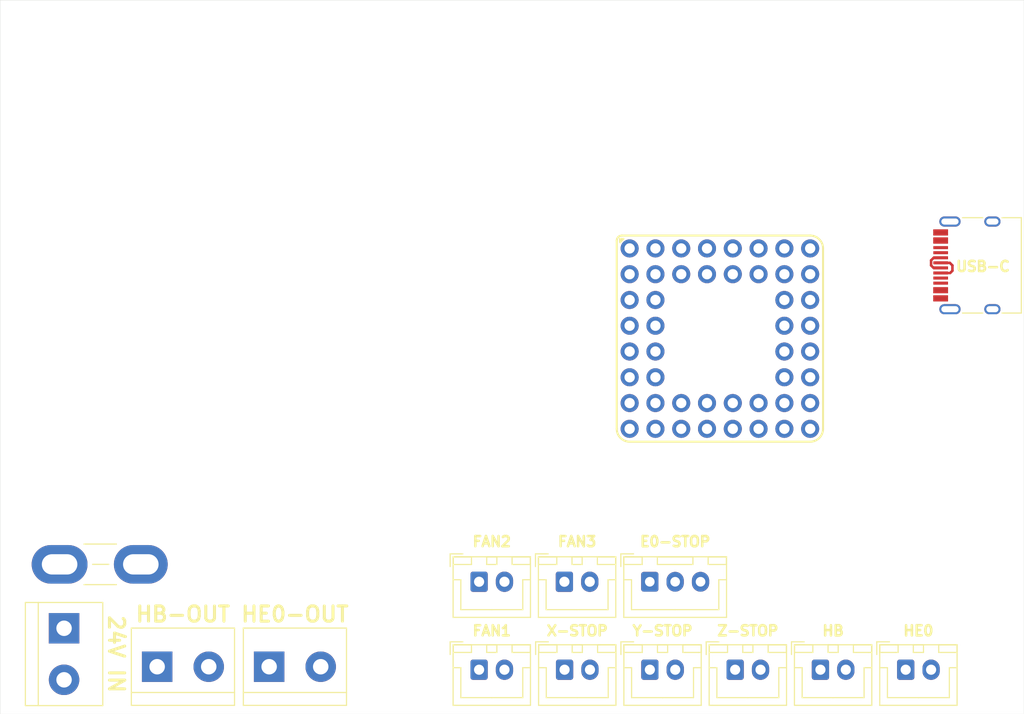
<source format=kicad_pcb>
(kicad_pcb (version 20211014) (generator pcbnew)
  (layers (0 "F.Cu" signal) (31 "B.Cu" signal) (34 "B.Paste" user) (35 "F.Paste" user) (36 "B.SilkS" user "B.Silkscreen") (37 "F.SilkS" user "F.Silkscreen") (38 "B.Mask" user) (39 "F.Mask" user) (44 "Edge.Cuts" user))
  (net 0 "")
  (footprint "Connector_JST:JST_XH_B2B-XH-A_1x02_P2.50mm_Vertical" (layer "F.Cu") (at 174.50156 133.74496)
    (fp_text reference "REF**" hide)
    (fp_text value "JST_XH_B2B-XH-A_1x02_P2.50mm_Vertical" hide)
    (fp_line (start -1.6 -2.75) (end -2.85 -2.75) (layer "F.SilkS") (width 0.12))
    (fp_line (start -0.75 -1.7) (end -0.75 -2.45) (layer "F.SilkS") (width 0.12))
    (fp_line (start -2.85 -2.75) (end -2.85 -1.5) (layer "F.SilkS") (width 0.12))
    (fp_line (start 0.75 -2.45) (end 0.75 -1.7) (layer "F.SilkS") (width 0.12))
    (fp_line (start 1.75 -2.45) (end 0.75 -2.45) (layer "F.SilkS") (width 0.12))
    (fp_line (start -2.55 -1.7) (end -0.75 -1.7) (layer "F.SilkS") (width 0.12))
    (fp_line (start 1.75 -1.7) (end 1.75 -2.45) (layer "F.SilkS") (width 0.12))
    (fp_line (start 4.3 2.75) (end 1.25 2.75) (layer "F.SilkS") (width 0.12))
    (fp_line (start 5.05 -0.2) (end 4.3 -0.2) (layer "F.SilkS") (width 0.12))
    (fp_line (start 4.3 -0.2) (end 4.3 2.75) (layer "F.SilkS") (width 0.12))
    (fp_line (start 5.05 -2.45) (end 3.25 -2.45) (layer "F.SilkS") (width 0.12))
    (fp_line (start -2.56 3.51) (end 5.06 3.51) (layer "F.SilkS") (width 0.12))
    (fp_line (start -1.8 2.75) (end 1.25 2.75) (layer "F.SilkS") (width 0.12))
    (fp_line (start 5.06 -2.46) (end -2.56 -2.46) (layer "F.SilkS") (width 0.12))
    (fp_line (start -2.55 -0.2) (end -1.8 -0.2) (layer "F.SilkS") (width 0.12))
    (fp_line (start -2.56 -2.46) (end -2.56 3.51) (layer "F.SilkS") (width 0.12))
    (fp_line (start -0.75 -2.45) (end -2.55 -2.45) (layer "F.SilkS") (width 0.12))
    (fp_line (start -1.8 -0.2) (end -1.8 2.75) (layer "F.SilkS") (width 0.12))
    (fp_line (start 5.05 -1.7) (end 5.05 -2.45) (layer "F.SilkS") (width 0.12))
    (fp_line (start -2.55 -2.45) (end -2.55 -1.7) (layer "F.SilkS") (width 0.12))
    (fp_line (start 5.06 3.51) (end 5.06 -2.46) (layer "F.SilkS") (width 0.12))
    (fp_line (start 3.25 -2.45) (end 3.25 -1.7) (layer "F.SilkS") (width 0.12))
    (fp_line (start 0.75 -1.7) (end 1.75 -1.7) (layer "F.SilkS") (width 0.12))
    (fp_line (start 3.25 -1.7) (end 5.05 -1.7) (layer "F.SilkS") (width 0.12))
    (pad "1" thru_hole roundrect locked (at 0 0) (size 1.7 2) (drill 1) (layers *.Cu *.Mask) (roundrect_rratio 0.147059))
    (pad "2" thru_hole oval locked (at 2.5 0) (size 1.7 2) (drill 1) (layers *.Cu *.Mask))
  )
  (footprint "Connector_JST:JST_XH_B2B-XH-A_1x02_P2.50mm_Vertical" (layer "F.Cu") (at 182.90208 133.7448)
    (fp_text reference "REF**" hide)
    (fp_text value "JST_XH_B2B-XH-A_1x02_P2.50mm_Vertical" hide)
    (fp_line (start 1.75 -1.7) (end 1.75 -2.45) (layer "F.SilkS") (width 0.12))
    (fp_line (start 1.75 -2.45) (end 0.75 -2.45) (layer "F.SilkS") (width 0.12))
    (fp_line (start -0.75 -1.7) (end -0.75 -2.45) (layer "F.SilkS") (width 0.12))
    (fp_line (start 5.05 -2.45) (end 3.25 -2.45) (layer "F.SilkS") (width 0.12))
    (fp_line (start 5.06 -2.46) (end -2.56 -2.46) (layer "F.SilkS") (width 0.12))
    (fp_line (start 0.75 -2.45) (end 0.75 -1.7) (layer "F.SilkS") (width 0.12))
    (fp_line (start 0.75 -1.7) (end 1.75 -1.7) (layer "F.SilkS") (width 0.12))
    (fp_line (start 5.06 3.51) (end 5.06 -2.46) (layer "F.SilkS") (width 0.12))
    (fp_line (start 5.05 -1.7) (end 5.05 -2.45) (layer "F.SilkS") (width 0.12))
    (fp_line (start -2.55 -0.2) (end -1.8 -0.2) (layer "F.SilkS") (width 0.12))
    (fp_line (start -0.75 -2.45) (end -2.55 -2.45) (layer "F.SilkS") (width 0.12))
    (fp_line (start -1.6 -2.75) (end -2.85 -2.75) (layer "F.SilkS") (width 0.12))
    (fp_line (start -1.8 -0.2) (end -1.8 2.75) (layer "F.SilkS") (width 0.12))
    (fp_line (start -2.55 -1.7) (end -0.75 -1.7) (layer "F.SilkS") (width 0.12))
    (fp_line (start -2.56 -2.46) (end -2.56 3.51) (layer "F.SilkS") (width 0.12))
    (fp_line (start -2.85 -2.75) (end -2.85 -1.5) (layer "F.SilkS") (width 0.12))
    (fp_line (start 3.25 -2.45) (end 3.25 -1.7) (layer "F.SilkS") (width 0.12))
    (fp_line (start -2.55 -2.45) (end -2.55 -1.7) (layer "F.SilkS") (width 0.12))
    (fp_line (start 4.3 2.75) (end 1.25 2.75) (layer "F.SilkS") (width 0.12))
    (fp_line (start 5.05 -0.2) (end 4.3 -0.2) (layer "F.SilkS") (width 0.12))
    (fp_line (start -1.8 2.75) (end 1.25 2.75) (layer "F.SilkS") (width 0.12))
    (fp_line (start 3.25 -1.7) (end 5.05 -1.7) (layer "F.SilkS") (width 0.12))
    (fp_line (start 4.3 -0.2) (end 4.3 2.75) (layer "F.SilkS") (width 0.12))
    (fp_line (start -2.56 3.51) (end 5.06 3.51) (layer "F.SilkS") (width 0.12))
    (pad "1" thru_hole roundrect locked (at 0 0) (size 1.7 2) (drill 1) (layers *.Cu *.Mask) (roundrect_rratio 0.147059))
    (pad "2" thru_hole oval locked (at 2.5 0) (size 1.7 2) (drill 1) (layers *.Cu *.Mask))
  )
  (footprint "PGA2040:PGA2040_PTH_NO_SLOT" (layer "F.Cu") (at 173 101.11)
    (fp_text reference "REF**" hide)
    (fp_text value "PGA2040_PTH_NO_SLOT" hide)
    (fp_line (start 8.89 10.16) (end -8.89 10.16) (layer "F.SilkS") (width 0.2))
    (fp_line (start 10.16 -8.89) (end 10.16 8.89) (layer "F.SilkS") (width 0.2))
    (fp_line (start -10.16 8.89) (end -10.16 -9.66) (layer "F.SilkS") (width 0.2))
    (fp_line (start -9.66 -10.16) (end 8.89 -10.16) (layer "F.SilkS") (width 0.2))
    (fp_line (start -9.825 -9.825) (end -9.525 -9.825) (layer "F.SilkS") (width 0.22))
    (fp_line (start -9.525 -9.825) (end -9.825 -9.525) (layer "F.SilkS") (width 0.22))
    (fp_line (start -9.825 -9.825) (end -9.825 -9.525) (layer "F.SilkS") (width 0.22))
    (fp_arc (start 8.89 -10.16) (mid 9.788026 -9.788026) (end 10.16 -8.89) (layer "F.SilkS") (width 0.2))
    (fp_arc (start -10.16 -9.66) (mid -10.013553 -10.013553) (end -9.66 -10.16) (layer "F.SilkS") (width 0.2))
    (fp_arc (start 10.16 8.89) (mid 9.788026 9.788026) (end 8.89 10.16) (layer "F.SilkS") (width 0.2))
    (fp_arc (start -8.89 10.16) (mid -9.788026 9.788026) (end -10.16 8.89) (layer "F.SilkS") (width 0.2))
    (pad "A1" thru_hole circle locked (at -8.89 -8.89) (size 1.778 1.778) (drill 1.016) (layers *.Cu *.Mask))
    (pad "A2" thru_hole circle locked (at -6.35 -8.89) (size 1.778 1.778) (drill 1.016) (layers *.Cu *.Mask))
    (pad "A3" thru_hole circle locked (at -3.81 -8.89) (size 1.778 1.778) (drill 1.016) (layers *.Cu *.Mask))
    (pad "A4" thru_hole circle locked (at -1.27 -8.89) (size 1.778 1.778) (drill 1.016) (layers *.Cu *.Mask))
    (pad "A5" thru_hole circle locked (at 1.27 -8.89) (size 1.778 1.778) (drill 1.016) (layers *.Cu *.Mask))
    (pad "A6" thru_hole circle locked (at 3.81 -8.89) (size 1.778 1.778) (drill 1.016) (layers *.Cu *.Mask))
    (pad "A7" thru_hole circle locked (at 6.35 -8.89) (size 1.778 1.778) (drill 1.016) (layers *.Cu *.Mask))
    (pad "A8" thru_hole circle locked (at 8.89 -8.89) (size 1.778 1.778) (drill 1.016) (layers *.Cu *.Mask))
    (pad "B1" thru_hole circle locked (at -8.89 -6.35) (size 1.778 1.778) (drill 1.016) (layers *.Cu *.Mask))
    (pad "B2" thru_hole circle locked (at -6.35 -6.35) (size 1.778 1.778) (drill 1.016) (layers *.Cu *.Mask))
    (pad "B3" thru_hole circle locked (at -3.81 -6.35) (size 1.778 1.778) (drill 1.016) (layers *.Cu *.Mask))
    (pad "B4" thru_hole circle locked (at -1.27 -6.35) (size 1.778 1.778) (drill 1.016) (layers *.Cu *.Mask))
    (pad "B5" thru_hole circle locked (at 1.27 -6.35) (size 1.778 1.778) (drill 1.016) (layers *.Cu *.Mask))
    (pad "B6" thru_hole circle locked (at 3.81 -6.35) (size 1.778 1.778) (drill 1.016) (layers *.Cu *.Mask))
    (pad "B7" thru_hole circle locked (at 6.35 -6.35) (size 1.778 1.778) (drill 1.016) (layers *.Cu *.Mask))
    (pad "B8" thru_hole circle locked (at 8.89 -6.35) (size 1.778 1.778) (drill 1.016) (layers *.Cu *.Mask))
    (pad "C1" thru_hole circle locked (at -8.89 -3.81) (size 1.778 1.778) (drill 1.016) (layers *.Cu *.Mask))
    (pad "C2" thru_hole circle locked (at -6.35 -3.81) (size 1.778 1.778) (drill 1.016) (layers *.Cu *.Mask))
    (pad "C7" thru_hole circle locked (at 6.35 -3.81) (size 1.778 1.778) (drill 1.016) (layers *.Cu *.Mask))
    (pad "C8" thru_hole circle locked (at 8.89 -3.81) (size 1.778 1.778) (drill 1.016) (layers *.Cu *.Mask))
    (pad "D1" thru_hole circle locked (at -8.89 -1.27) (size 1.778 1.778) (drill 1.016) (layers *.Cu *.Mask))
    (pad "D2" thru_hole circle locked (at -6.35 -1.27) (size 1.778 1.778) (drill 1.016) (layers *.Cu *.Mask))
    (pad "D7" thru_hole circle locked (at 6.35 -1.27) (size 1.778 1.778) (drill 1.016) (layers *.Cu *.Mask))
    (pad "D8" thru_hole circle locked (at 8.89 -1.27) (size 1.778 1.778) (drill 1.016) (layers *.Cu *.Mask))
    (pad "E1" thru_hole circle locked (at -8.89 1.27) (size 1.778 1.778) (drill 1.016) (layers *.Cu *.Mask))
    (pad "E2" thru_hole circle locked (at -6.35 1.27) (size 1.778 1.778) (drill 1.016) (layers *.Cu *.Mask))
    (pad "E7" thru_hole circle locked (at 6.35 1.27) (size 1.778 1.778) (drill 1.016) (layers *.Cu *.Mask))
    (pad "E8" thru_hole circle locked (at 8.89 1.27) (size 1.778 1.778) (drill 1.016) (layers *.Cu *.Mask))
    (pad "F1" thru_hole circle locked (at -8.89 3.81) (size 1.778 1.778) (drill 1.016) (layers *.Cu *.Mask))
    (pad "F2" thru_hole circle locked (at -6.35 3.81) (size 1.778 1.778) (drill 1.016) (layers *.Cu *.Mask))
    (pad "F7" thru_hole circle locked (at 6.35 3.81) (size 1.778 1.778) (drill 1.016) (layers *.Cu *.Mask))
    (pad "F8" thru_hole circle locked (at 8.89 3.81) (size 1.778 1.778) (drill 1.016) (layers *.Cu *.Mask))
    (pad "G1" thru_hole circle locked (at -8.89 6.35) (size 1.778 1.778) (drill 1.016) (layers *.Cu *.Mask))
    (pad "G2" thru_hole circle locked (at -6.35 6.35) (size 1.778 1.778) (drill 1.016) (layers *.Cu *.Mask))
    (pad "G3" thru_hole circle locked (at -3.81 6.35) (size 1.778 1.778) (drill 1.016) (layers *.Cu *.Mask))
    (pad "G4" thru_hole circle locked (at -1.27 6.35) (size 1.778 1.778) (drill 1.016) (layers *.Cu *.Mask))
    (pad "G5" thru_hole circle locked (at 1.27 6.35) (size 1.778 1.778) (drill 1.016) (layers *.Cu *.Mask))
    (pad "G6" thru_hole circle locked (at 3.81 6.35) (size 1.778 1.778) (drill 1.016) (layers *.Cu *.Mask))
    (pad "G7" thru_hole circle locked (at 6.35 6.35) (size 1.778 1.778) (drill 1.016) (layers *.Cu *.Mask))
    (pad "G8" thru_hole circle locked (at 8.89 6.35) (size 1.778 1.778) (drill 1.016) (layers *.Cu *.Mask))
    (pad "H1" thru_hole circle locked (at -8.89 8.89) (size 1.778 1.778) (drill 1.016) (layers *.Cu *.Mask))
    (pad "H2" thru_hole circle locked (at -6.35 8.89) (size 1.778 1.778) (drill 1.016) (layers *.Cu *.Mask))
    (pad "H3" thru_hole circle locked (at -3.81 8.89) (size 1.778 1.778) (drill 1.016) (layers *.Cu *.Mask))
    (pad "H4" thru_hole circle locked (at -1.27 8.89) (size 1.778 1.778) (drill 1.016) (layers *.Cu *.Mask))
    (pad "H5" thru_hole circle locked (at 1.27 8.89) (size 1.778 1.778) (drill 1.016) (layers *.Cu *.Mask))
    (pad "H6" thru_hole circle locked (at 3.81 8.89) (size 1.778 1.778) (drill 1.016) (layers *.Cu *.Mask))
    (pad "H7" thru_hole circle locked (at 6.35 8.89) (size 1.778 1.778) (drill 1.016) (layers *.Cu *.Mask))
    (pad "H8" thru_hole circle locked (at 8.89 8.89) (size 1.778 1.778) (drill 1.016) (layers *.Cu *.Mask))
  )
  (footprint "MountingHole:MountingHole_2.1mm" (layer "F.Cu") (at 104.7026 105.9948)
    (fp_text reference "REF**" hide)
    (fp_text value "MountingHole_2.1mm" hide)
    (pad "" np_thru_hole circle (at 0 0) (size 3.5 3.5) (drill 3.6) (layers F&B.Cu *.Mask))
  )
  (footprint "TerminalBlock:TerminalBlock_bornier-2_P5.08mm" (layer "F.Cu") (at 117.57 133.45)
    (fp_text reference "REF**" hide)
    (fp_text value "TerminalBlock_bornier-2_P5.08mm" hide)
    (fp_line (start -2.54 -3.81) (end -2.54 3.81) (layer "F.SilkS") (width 0.12))
    (fp_line (start 7.62 3.81) (end 7.62 -3.81) (layer "F.SilkS") (width 0.12))
    (fp_line (start 7.62 2.54) (end -2.54 2.54) (layer "F.SilkS") (width 0.12))
    (fp_line (start 7.62 -3.81) (end -2.54 -3.81) (layer "F.SilkS") (width 0.12))
    (fp_line (start -2.54 3.81) (end 7.62 3.81) (layer "F.SilkS") (width 0.12))
    (pad "1" thru_hole rect locked (at 0 0) (size 3 3) (drill 1.52) (layers *.Cu *.Mask))
    (pad "2" thru_hole circle locked (at 5.08 0) (size 3 3) (drill 1.52) (layers *.Cu *.Mask))
  )
  (footprint "Connector_JST:JST_XH_B2B-XH-A_1x02_P2.50mm_Vertical" (layer "F.Cu") (at 157.6826 125.0748)
    (fp_text reference "REF**" hide)
    (fp_text value "JST_XH_B2B-XH-A_1x02_P2.50mm_Vertical" hide)
    (fp_line (start 1.75 -2.45) (end 0.75 -2.45) (layer "F.SilkS") (width 0.12))
    (fp_line (start 5.06 -2.46) (end -2.56 -2.46) (layer "F.SilkS") (width 0.12))
    (fp_line (start 3.25 -2.45) (end 3.25 -1.7) (layer "F.SilkS") (width 0.12))
    (fp_line (start -2.85 -2.75) (end -2.85 -1.5) (layer "F.SilkS") (width 0.12))
    (fp_line (start 0.75 -2.45) (end 0.75 -1.7) (layer "F.SilkS") (width 0.12))
    (fp_line (start -1.8 -0.2) (end -1.8 2.75) (layer "F.SilkS") (width 0.12))
    (fp_line (start 5.05 -1.7) (end 5.05 -2.45) (layer "F.SilkS") (width 0.12))
    (fp_line (start 5.05 -0.2) (end 4.3 -0.2) (layer "F.SilkS") (width 0.12))
    (fp_line (start -2.55 -2.45) (end -2.55 -1.7) (layer "F.SilkS") (width 0.12))
    (fp_line (start 0.75 -1.7) (end 1.75 -1.7) (layer "F.SilkS") (width 0.12))
    (fp_line (start 4.3 -0.2) (end 4.3 2.75) (layer "F.SilkS") (width 0.12))
    (fp_line (start -2.56 -2.46) (end -2.56 3.51) (layer "F.SilkS") (width 0.12))
    (fp_line (start 5.06 3.51) (end 5.06 -2.46) (layer "F.SilkS") (width 0.12))
    (fp_line (start -2.55 -1.7) (end -0.75 -1.7) (layer "F.SilkS") (width 0.12))
    (fp_line (start -2.55 -0.2) (end -1.8 -0.2) (layer "F.SilkS") (width 0.12))
    (fp_line (start -1.8 2.75) (end 1.25 2.75) (layer "F.SilkS") (width 0.12))
    (fp_line (start -0.75 -1.7) (end -0.75 -2.45) (layer "F.SilkS") (width 0.12))
    (fp_line (start -0.75 -2.45) (end -2.55 -2.45) (layer "F.SilkS") (width 0.12))
    (fp_line (start -1.6 -2.75) (end -2.85 -2.75) (layer "F.SilkS") (width 0.12))
    (fp_line (start 4.3 2.75) (end 1.25 2.75) (layer "F.SilkS") (width 0.12))
    (fp_line (start 3.25 -1.7) (end 5.05 -1.7) (layer "F.SilkS") (width 0.12))
    (fp_line (start 1.75 -1.7) (end 1.75 -2.45) (layer "F.SilkS") (width 0.12))
    (fp_line (start 5.05 -2.45) (end 3.25 -2.45) (layer "F.SilkS") (width 0.12))
    (fp_line (start -2.56 3.51) (end 5.06 3.51) (layer "F.SilkS") (width 0.12))
    (pad "1" thru_hole roundrect locked (at 0 0) (size 1.7 2) (drill 1) (layers *.Cu *.Mask) (roundrect_rratio 0.147059))
    (pad "2" thru_hole oval locked (at 2.5 0) (size 1.7 2) (drill 1) (layers *.Cu *.Mask))
  )
  (footprint "Connector_JST:JST_XH_B3B-XH-A_1x03_P2.50mm_Vertical" (layer "F.Cu") (at 166.0926 125.0749)
    (fp_text reference "REF**" hide)
    (fp_text value "JST_XH_B3B-XH-A_1x03_P2.50mm_Vertical" hide)
    (fp_line (start 0.75 -2.45) (end 0.75 -1.7) (layer "F.SilkS") (width 0.12))
    (fp_line (start 4.25 -1.7) (end 4.25 -2.45) (layer "F.SilkS") (width 0.12))
    (fp_line (start 7.55 -0.2) (end 6.8 -0.2) (layer "F.SilkS") (width 0.12))
    (fp_line (start 5.75 -2.45) (end 5.75 -1.7) (layer "F.SilkS") (width 0.12))
    (fp_line (start -1.8 2.75) (end 2.5 2.75) (layer "F.SilkS") (width 0.12))
    (fp_line (start -2.55 -0.2) (end -1.8 -0.2) (layer "F.SilkS") (width 0.12))
    (fp_line (start -1.6 -2.75) (end -2.85 -2.75) (layer "F.SilkS") (width 0.12))
    (fp_line (start 4.25 -2.45) (end 0.75 -2.45) (layer "F.SilkS") (width 0.12))
    (fp_line (start 0.75 -1.7) (end 4.25 -1.7) (layer "F.SilkS") (width 0.12))
    (fp_line (start 7.55 -2.45) (end 5.75 -2.45) (layer "F.SilkS") (width 0.12))
    (fp_line (start -0.75 -2.45) (end -2.55 -2.45) (layer "F.SilkS") (width 0.12))
    (fp_line (start -2.56 -2.46) (end -2.56 3.51) (layer "F.SilkS") (width 0.12))
    (fp_line (start 5.75 -1.7) (end 7.55 -1.7) (layer "F.SilkS") (width 0.12))
    (fp_line (start -1.8 -0.2) (end -1.8 2.75) (layer "F.SilkS") (width 0.12))
    (fp_line (start 7.55 -1.7) (end 7.55 -2.45) (layer "F.SilkS") (width 0.12))
    (fp_line (start 6.8 -0.2) (end 6.8 2.75) (layer "F.SilkS") (width 0.12))
    (fp_line (start -2.85 -2.75) (end -2.85 -1.5) (layer "F.SilkS") (width 0.12))
    (fp_line (start -0.75 -1.7) (end -0.75 -2.45) (layer "F.SilkS") (width 0.12))
    (fp_line (start -2.55 -1.7) (end -0.75 -1.7) (layer "F.SilkS") (width 0.12))
    (fp_line (start 7.56 3.51) (end 7.56 -2.46) (layer "F.SilkS") (width 0.12))
    (fp_line (start -2.56 3.51) (end 7.56 3.51) (layer "F.SilkS") (width 0.12))
    (fp_line (start -2.55 -2.45) (end -2.55 -1.7) (layer "F.SilkS") (width 0.12))
    (fp_line (start 7.56 -2.46) (end -2.56 -2.46) (layer "F.SilkS") (width 0.12))
    (fp_line (start 6.8 2.75) (end 2.5 2.75) (layer "F.SilkS") (width 0.12))
    (pad "1" thru_hole roundrect locked (at 0 0) (size 1.7 1.95) (drill 0.95) (layers *.Cu *.Mask) (roundrect_rratio 0.147059))
    (pad "2" thru_hole oval locked (at 2.5 0) (size 1.7 1.95) (drill 0.95) (layers *.Cu *.Mask))
    (pad "3" thru_hole oval locked (at 5 0) (size 1.7 1.95) (drill 0.95) (layers *.Cu *.Mask))
  )
  (footprint "MountingHole:MountingHole_2.1mm" (layer "F.Cu") (at 184.6776 70.9448)
    (fp_text reference "REF**" hide)
    (fp_text value "MountingHole_2.1mm" hide)
    (pad "" np_thru_hole circle (at 0 0) (size 3.5 3.5) (drill 3.6) (layers F&B.Cu *.Mask))
  )
  (footprint "TerminalBlock:TerminalBlock_bornier-2_P5.08mm" (layer "F.Cu") (at 108.4 129.66 -90)
    (fp_text reference "REF**" hide)
    (fp_text value "TerminalBlock_bornier-2_P5.08mm" hide)
    (fp_line (start -2.54 -3.81) (end -2.54 3.81) (layer "F.SilkS") (width 0.12))
    (fp_line (start -2.54 3.81) (end 7.62 3.81) (layer "F.SilkS") (width 0.12))
    (fp_line (start 7.62 2.54) (end -2.54 2.54) (layer "F.SilkS") (width 0.12))
    (fp_line (start 7.62 3.81) (end 7.62 -3.81) (layer "F.SilkS") (width 0.12))
    (fp_line (start 7.62 -3.81) (end -2.54 -3.81) (layer "F.SilkS") (width 0.12))
    (pad "1" thru_hole rect locked (at 0 0 270) (size 3 3) (drill 1.52) (layers *.Cu *.Mask))
    (pad "2" thru_hole circle locked (at 5.08 0 270) (size 3 3) (drill 1.52) (layers *.Cu *.Mask))
  )
  (footprint "Connector_USB:USB_C_Receptacle_HRO_TYPE-C-31-M-12" (layer "F.Cu") (at 198.79 93.89 90)
    (fp_text reference "REF**" hide)
    (fp_text value "USB_C_Receptacle_HRO_TYPE-C-31-M-12" hide)
    (fp_line (start -4.7 -1.9) (end -4.7 0.1) (layer "F.SilkS") (width 0.12))
    (fp_line (start 4.7 2) (end 4.7 3.9) (layer "F.SilkS") (width 0.12))
    (fp_line (start -4.7 3.9) (end 4.7 3.9) (layer "F.SilkS") (width 0.12))
    (fp_line (start -4.7 2) (end -4.7 3.9) (layer "F.SilkS") (width 0.12))
    (fp_line (start 4.7 -1.9) (end 4.7 0.1) (layer "F.SilkS") (width 0.12))
    (pad "" np_thru_hole circle locked (at 2.89 -2.6 90) (size 0.65 0.65) (drill 0.65) (layers *.Cu *.Mask))
    (pad "" np_thru_hole circle locked (at -2.89 -2.6 90) (size 0.65 0.65) (drill 0.65) (layers *.Cu *.Mask))
    (pad "A1" smd rect locked (at -3.25 -4.045 90) (size 0.6 1.45) (layers "F.Cu" "F.Paste" "F.Mask"))
    (pad "A4" smd rect locked (at -2.45 -4.045 90) (size 0.6 1.45) (layers "F.Cu" "F.Paste" "F.Mask"))
    (pad "A5" smd rect locked (at -1.25 -4.045 90) (size 0.3 1.45) (layers "F.Cu" "F.Paste" "F.Mask"))
    (pad "A6" smd rect locked (at -0.25 -4.045 90) (size 0.3 1.45) (layers "F.Cu" "F.Paste" "F.Mask"))
    (pad "A7" smd rect locked (at 0.25 -4.045 90) (size 0.3 1.45) (layers "F.Cu" "F.Paste" "F.Mask"))
    (pad "A8" smd rect locked (at 1.25 -4.045 90) (size 0.3 1.45) (layers "F.Cu" "F.Paste" "F.Mask"))
    (pad "A9" smd rect locked (at 2.45 -4.045 90) (size 0.6 1.45) (layers "F.Cu" "F.Paste" "F.Mask"))
    (pad "A12" smd rect locked (at 3.25 -4.045 90) (size 0.6 1.45) (layers "F.Cu" "F.Paste" "F.Mask"))
    (pad "B1" smd rect locked (at 3.25 -4.045 90) (size 0.6 1.45) (layers "F.Cu" "F.Paste" "F.Mask"))
    (pad "B4" smd rect locked (at 2.45 -4.045 90) (size 0.6 1.45) (layers "F.Cu" "F.Paste" "F.Mask"))
    (pad "B5" smd rect locked (at 1.75 -4.045 90) (size 0.3 1.45) (layers "F.Cu" "F.Paste" "F.Mask"))
    (pad "B6" smd rect locked (at 0.75 -4.045 90) (size 0.3 1.45) (layers "F.Cu" "F.Paste" "F.Mask"))
    (pad "B7" smd rect locked (at -0.75 -4.045 90) (size 0.3 1.45) (layers "F.Cu" "F.Paste" "F.Mask"))
    (pad "B8" smd rect locked (at -1.75 -4.045 90) (size 0.3 1.45) (layers "F.Cu" "F.Paste" "F.Mask"))
    (pad "B9" smd rect locked (at -2.45 -4.045 90) (size 0.6 1.45) (layers "F.Cu" "F.Paste" "F.Mask"))
    (pad "B12" smd rect locked (at -3.25 -4.045 90) (size 0.6 1.45) (layers "F.Cu" "F.Paste" "F.Mask"))
    (pad "S1" thru_hole oval locked (at 4.32 1.05 90) (size 1 1.6) (drill oval 0.6 1.2) (layers *.Cu *.Mask))
    (pad "S1" thru_hole oval locked (at -4.32 1.05 90) (size 1 1.6) (drill oval 0.6 1.2) (layers *.Cu *.Mask))
    (pad "S1" thru_hole oval locked (at -4.32 -3.13 90) (size 1 2.1) (drill oval 0.6 1.7) (layers *.Cu *.Mask))
    (pad "S1" thru_hole oval locked (at 4.32 -3.13 90) (size 1 2.1) (drill oval 0.6 1.7) (layers *.Cu *.Mask))
  )
  (footprint "Connector_JST:JST_XH_B2B-XH-A_1x02_P2.50mm_Vertical" (layer "F.Cu") (at 157.70052 133.74488)
    (fp_text reference "REF**" hide)
    (fp_text value "JST_XH_B2B-XH-A_1x02_P2.50mm_Vertical" hide)
    (fp_line (start -2.56 3.51) (end 5.06 3.51) (layer "F.SilkS") (width 0.12))
    (fp_line (start -1.8 -0.2) (end -1.8 2.75) (layer "F.SilkS") (width 0.12))
    (fp_line (start -2.55 -1.7) (end -0.75 -1.7) (layer "F.SilkS") (width 0.12))
    (fp_line (start 5.05 -2.45) (end 3.25 -2.45) (layer "F.SilkS") (width 0.12))
    (fp_line (start -2.85 -2.75) (end -2.85 -1.5) (layer "F.SilkS") (width 0.12))
    (fp_line (start -2.55 -2.45) (end -2.55 -1.7) (layer "F.SilkS") (width 0.12))
    (fp_line (start 4.3 -0.2) (end 4.3 2.75) (layer "F.SilkS") (width 0.12))
    (fp_line (start 4.3 2.75) (end 1.25 2.75) (layer "F.SilkS") (width 0.12))
    (fp_line (start 5.05 -1.7) (end 5.05 -2.45) (layer "F.SilkS") (width 0.12))
    (fp_line (start -1.8 2.75) (end 1.25 2.75) (layer "F.SilkS") (width 0.12))
    (fp_line (start 0.75 -2.45) (end 0.75 -1.7) (layer "F.SilkS") (width 0.12))
    (fp_line (start 5.06 3.51) (end 5.06 -2.46) (layer "F.SilkS") (width 0.12))
    (fp_line (start 1.75 -2.45) (end 0.75 -2.45) (layer "F.SilkS") (width 0.12))
    (fp_line (start -2.56 -2.46) (end -2.56 3.51) (layer "F.SilkS") (width 0.12))
    (fp_line (start 3.25 -1.7) (end 5.05 -1.7) (layer "F.SilkS") (width 0.12))
    (fp_line (start 5.06 -2.46) (end -2.56 -2.46) (layer "F.SilkS") (width 0.12))
    (fp_line (start 0.75 -1.7) (end 1.75 -1.7) (layer "F.SilkS") (width 0.12))
    (fp_line (start 3.25 -2.45) (end 3.25 -1.7) (layer "F.SilkS") (width 0.12))
    (fp_line (start -0.75 -1.7) (end -0.75 -2.45) (layer "F.SilkS") (width 0.12))
    (fp_line (start 5.05 -0.2) (end 4.3 -0.2) (layer "F.SilkS") (width 0.12))
    (fp_line (start -2.55 -0.2) (end -1.8 -0.2) (layer "F.SilkS") (width 0.12))
    (fp_line (start -1.6 -2.75) (end -2.85 -2.75) (layer "F.SilkS") (width 0.12))
    (fp_line (start 1.75 -1.7) (end 1.75 -2.45) (layer "F.SilkS") (width 0.12))
    (fp_line (start -0.75 -2.45) (end -2.55 -2.45) (layer "F.SilkS") (width 0.12))
    (pad "1" thru_hole roundrect locked (at 0 0) (size 1.7 2) (drill 1) (layers *.Cu *.Mask) (roundrect_rratio 0.147059))
    (pad "2" thru_hole oval locked (at 2.5 0) (size 1.7 2) (drill 1) (layers *.Cu *.Mask))
  )
  (footprint "Connector_JST:JST_XH_B2B-XH-A_1x02_P2.50mm_Vertical" (layer "F.Cu") (at 191.3026 133.74484)
    (fp_text reference "REF**" hide)
    (fp_text value "JST_XH_B2B-XH-A_1x02_P2.50mm_Vertical" hide)
    (fp_line (start 3.25 -2.45) (end 3.25 -1.7) (layer "F.SilkS") (width 0.12))
    (fp_line (start -2.55 -2.45) (end -2.55 -1.7) (layer "F.SilkS") (width 0.12))
    (fp_line (start 3.25 -1.7) (end 5.05 -1.7) (layer "F.SilkS") (width 0.12))
    (fp_line (start -1.8 -0.2) (end -1.8 2.75) (layer "F.SilkS") (width 0.12))
    (fp_line (start 5.05 -1.7) (end 5.05 -2.45) (layer "F.SilkS") (width 0.12))
    (fp_line (start 4.3 2.75) (end 1.25 2.75) (layer "F.SilkS") (width 0.12))
    (fp_line (start -2.55 -1.7) (end -0.75 -1.7) (layer "F.SilkS") (width 0.12))
    (fp_line (start -0.75 -2.45) (end -2.55 -2.45) (layer "F.SilkS") (width 0.12))
    (fp_line (start 4.3 -0.2) (end 4.3 2.75) (layer "F.SilkS") (width 0.12))
    (fp_line (start 5.06 -2.46) (end -2.56 -2.46) (layer "F.SilkS") (width 0.12))
    (fp_line (start 5.05 -2.45) (end 3.25 -2.45) (layer "F.SilkS") (width 0.12))
    (fp_line (start 1.75 -2.45) (end 0.75 -2.45) (layer "F.SilkS") (width 0.12))
    (fp_line (start -2.55 -0.2) (end -1.8 -0.2) (layer "F.SilkS") (width 0.12))
    (fp_line (start 1.75 -1.7) (end 1.75 -2.45) (layer "F.SilkS") (width 0.12))
    (fp_line (start -2.56 3.51) (end 5.06 3.51) (layer "F.SilkS") (width 0.12))
    (fp_line (start -1.6 -2.75) (end -2.85 -2.75) (layer "F.SilkS") (width 0.12))
    (fp_line (start 0.75 -2.45) (end 0.75 -1.7) (layer "F.SilkS") (width 0.12))
    (fp_line (start -2.56 -2.46) (end -2.56 3.51) (layer "F.SilkS") (width 0.12))
    (fp_line (start -2.85 -2.75) (end -2.85 -1.5) (layer "F.SilkS") (width 0.12))
    (fp_line (start -1.8 2.75) (end 1.25 2.75) (layer "F.SilkS") (width 0.12))
    (fp_line (start 0.75 -1.7) (end 1.75 -1.7) (layer "F.SilkS") (width 0.12))
    (fp_line (start 5.05 -0.2) (end 4.3 -0.2) (layer "F.SilkS") (width 0.12))
    (fp_line (start -0.75 -1.7) (end -0.75 -2.45) (layer "F.SilkS") (width 0.12))
    (fp_line (start 5.06 3.51) (end 5.06 -2.46) (layer "F.SilkS") (width 0.12))
    (pad "1" thru_hole roundrect locked (at 0 0) (size 1.7 2) (drill 1) (layers *.Cu *.Mask) (roundrect_rratio 0.147059))
    (pad "2" thru_hole oval locked (at 2.5 0) (size 1.7 2) (drill 1) (layers *.Cu *.Mask))
  )
  (footprint "Connector_JST:JST_XH_B2B-XH-A_1x02_P2.50mm_Vertical" (layer "F.Cu") (at 149.28 133.745)
    (fp_text reference "REF**" hide)
    (fp_text value "JST_XH_B2B-XH-A_1x02_P2.50mm_Vertical" hide)
    (fp_line (start 4.3 2.75) (end 1.25 2.75) (layer "F.SilkS") (width 0.12))
    (fp_line (start -1.8 -0.2) (end -1.8 2.75) (layer "F.SilkS") (width 0.12))
    (fp_line (start -2.56 -2.46) (end -2.56 3.51) (layer "F.SilkS") (width 0.12))
    (fp_line (start -1.8 2.75) (end 1.25 2.75) (layer "F.SilkS") (width 0.12))
    (fp_line (start 5.06 3.51) (end 5.06 -2.46) (layer "F.SilkS") (width 0.12))
    (fp_line (start 1.75 -1.7) (end 1.75 -2.45) (layer "F.SilkS") (width 0.12))
    (fp_line (start -0.75 -1.7) (end -0.75 -2.45) (layer "F.SilkS") (width 0.12))
    (fp_line (start -2.56 3.51) (end 5.06 3.51) (layer "F.SilkS") (width 0.12))
    (fp_line (start -0.75 -2.45) (end -2.55 -2.45) (layer "F.SilkS") (width 0.12))
    (fp_line (start 3.25 -2.45) (end 3.25 -1.7) (layer "F.SilkS") (width 0.12))
    (fp_line (start 0.75 -2.45) (end 0.75 -1.7) (layer "F.SilkS") (width 0.12))
    (fp_line (start -1.6 -2.75) (end -2.85 -2.75) (layer "F.SilkS") (width 0.12))
    (fp_line (start 3.25 -1.7) (end 5.05 -1.7) (layer "F.SilkS") (width 0.12))
    (fp_line (start -2.55 -1.7) (end -0.75 -1.7) (layer "F.SilkS") (width 0.12))
    (fp_line (start -2.85 -2.75) (end -2.85 -1.5) (layer "F.SilkS") (width 0.12))
    (fp_line (start 5.05 -1.7) (end 5.05 -2.45) (layer "F.SilkS") (width 0.12))
    (fp_line (start 5.05 -0.2) (end 4.3 -0.2) (layer "F.SilkS") (width 0.12))
    (fp_line (start 1.75 -2.45) (end 0.75 -2.45) (layer "F.SilkS") (width 0.12))
    (fp_line (start 4.3 -0.2) (end 4.3 2.75) (layer "F.SilkS") (width 0.12))
    (fp_line (start -2.55 -2.45) (end -2.55 -1.7) (layer "F.SilkS") (width 0.12))
    (fp_line (start 5.05 -2.45) (end 3.25 -2.45) (layer "F.SilkS") (width 0.12))
    (fp_line (start 5.06 -2.46) (end -2.56 -2.46) (layer "F.SilkS") (width 0.12))
    (fp_line (start -2.55 -0.2) (end -1.8 -0.2) (layer "F.SilkS") (width 0.12))
    (fp_line (start 0.75 -1.7) (end 1.75 -1.7) (layer "F.SilkS") (width 0.12))
    (pad "1" thru_hole roundrect locked (at 0 0) (size 1.7 2) (drill 1) (layers *.Cu *.Mask) (roundrect_rratio 0.147059))
    (pad "2" thru_hole oval locked (at 2.5 0) (size 1.7 2) (drill 1) (layers *.Cu *.Mask))
  )
  (footprint "Fuse:Fuse_Blade_Mini_directSolder" (layer "F.Cu") (at 107.96 123.36)
    (fp_text reference "REF**" hide)
    (fp_text value "Fuse_Blade_Mini_directSolder" hide)
    (fp_line (start 2.4 -2) (end 5.6 -2) (layer "F.SilkS") (width 0.12))
    (fp_line (start 5.6 2) (end 2.4 2) (layer "F.SilkS") (width 0.12))
    (fp_line (start 3.25 0) (end 4.85 0) (layer "F.SilkS") (width 0.12))
    (pad "1" thru_hole oval (at 0 0) (size 5.5 3.8) (drill oval 3.5 2) (layers *.Cu *.Mask))
    (pad "2" thru_hole oval (at 8 0) (size 5.3 3.8) (drill oval 3.5 2) (layers *.Cu *.Mask))
  )
  (footprint "MountingHole:MountingHole_2.1mm" (layer "F.Cu") (at 135.9776 108.5948)
    (fp_text reference "REF**" hide)
    (fp_text value "MountingHole_2.1mm" hide)
    (pad "" np_thru_hole circle (at 0 0) (size 3.5 3.5) (drill 3.6) (layers F&B.Cu *.Mask))
  )
  (footprint "MountingHole:MountingHole_2.1mm" (layer "F.Cu") (at 200.3776 135.4698)
    (fp_text reference "REF**" hide)
    (fp_text value "MountingHole_2.1mm" hide)
    (pad "" np_thru_hole circle (at 0 0) (size 3.5 3.5) (drill 3.6) (layers F&B.Cu *.Mask))
  )
  (footprint "Connector_JST:JST_XH_B2B-XH-A_1x02_P2.50mm_Vertical" (layer "F.Cu") (at 166.10104 133.74492)
    (fp_text reference "REF**" hide)
    (fp_text value "JST_XH_B2B-XH-A_1x02_P2.50mm_Vertical" hide)
    (fp_line (start 5.05 -0.2) (end 4.3 -0.2) (layer "F.SilkS") (width 0.12))
    (fp_line (start -1.8 2.75) (end 1.25 2.75) (layer "F.SilkS") (width 0.12))
    (fp_line (start -2.85 -2.75) (end -2.85 -1.5) (layer "F.SilkS") (width 0.12))
    (fp_line (start 4.3 -0.2) (end 4.3 2.75) (layer "F.SilkS") (width 0.12))
    (fp_line (start -0.75 -2.45) (end -2.55 -2.45) (layer "F.SilkS") (width 0.12))
    (fp_line (start -2.56 -2.46) (end -2.56 3.51) (layer "F.SilkS") (width 0.12))
    (fp_line (start 5.05 -1.7) (end 5.05 -2.45) (layer "F.SilkS") (width 0.12))
    (fp_line (start 0.75 -2.45) (end 0.75 -1.7) (layer "F.SilkS") (width 0.12))
    (fp_line (start 5.06 3.51) (end 5.06 -2.46) (layer "F.SilkS") (width 0.12))
    (fp_line (start 3.25 -2.45) (end 3.25 -1.7) (layer "F.SilkS") (width 0.12))
    (fp_line (start -2.55 -1.7) (end -0.75 -1.7) (layer "F.SilkS") (width 0.12))
    (fp_line (start -1.8 -0.2) (end -1.8 2.75) (layer "F.SilkS") (width 0.12))
    (fp_line (start -2.55 -0.2) (end -1.8 -0.2) (layer "F.SilkS") (width 0.12))
    (fp_line (start -2.56 3.51) (end 5.06 3.51) (layer "F.SilkS") (width 0.12))
    (fp_line (start 0.75 -1.7) (end 1.75 -1.7) (layer "F.SilkS") (width 0.12))
    (fp_line (start 1.75 -2.45) (end 0.75 -2.45) (layer "F.SilkS") (width 0.12))
    (fp_line (start 5.05 -2.45) (end 3.25 -2.45) (layer "F.SilkS") (width 0.12))
    (fp_line (start 1.75 -1.7) (end 1.75 -2.45) (layer "F.SilkS") (width 0.12))
    (fp_line (start -0.75 -1.7) (end -0.75 -2.45) (layer "F.SilkS") (width 0.12))
    (fp_line (start 5.06 -2.46) (end -2.56 -2.46) (layer "F.SilkS") (width 0.12))
    (fp_line (start 4.3 2.75) (end 1.25 2.75) (layer "F.SilkS") (width 0.12))
    (fp_line (start -1.6 -2.75) (end -2.85 -2.75) (layer "F.SilkS") (width 0.12))
    (fp_line (start 3.25 -1.7) (end 5.05 -1.7) (layer "F.SilkS") (width 0.12))
    (fp_line (start -2.55 -2.45) (end -2.55 -1.7) (layer "F.SilkS") (width 0.12))
    (pad "1" thru_hole roundrect locked (at 0 0) (size 1.7 2) (drill 1) (layers *.Cu *.Mask) (roundrect_rratio 0.147059))
    (pad "2" thru_hole oval locked (at 2.5 0) (size 1.7 2) (drill 1) (layers *.Cu *.Mask))
  )
  (footprint "TerminalBlock:TerminalBlock_bornier-2_P5.08mm" (layer "F.Cu") (at 128.6 133.45)
    (fp_text reference "REF**" hide)
    (fp_text value "TerminalBlock_bornier-2_P5.08mm" hide)
    (fp_line (start 7.62 -3.81) (end -2.54 -3.81) (layer "F.SilkS") (width 0.12))
    (fp_line (start -2.54 3.81) (end 7.62 3.81) (layer "F.SilkS") (width 0.12))
    (fp_line (start -2.54 -3.81) (end -2.54 3.81) (layer "F.SilkS") (width 0.12))
    (fp_line (start 7.62 3.81) (end 7.62 -3.81) (layer "F.SilkS") (width 0.12))
    (fp_line (start 7.62 2.54) (end -2.54 2.54) (layer "F.SilkS") (width 0.12))
    (pad "1" thru_hole rect locked (at 0 0) (size 3 3) (drill 1.52) (layers *.Cu *.Mask))
    (pad "2" thru_hole circle locked (at 5.08 0) (size 3 3) (drill 1.52) (layers *.Cu *.Mask))
  )
  (footprint "MountingHole:MountingHole_2.1mm" (layer "F.Cu") (at 122.2276 70.9448)
    (fp_text reference "REF**" hide)
    (fp_text value "MountingHole_2.1mm" hide)
    (pad "" np_thru_hole circle (at 0 0) (size 3.5 3.5) (drill 3.6) (layers F&B.Cu *.Mask))
  )
  (footprint "Connector_JST:JST_XH_B2B-XH-A_1x02_P2.50mm_Vertical" (layer "F.Cu") (at 149.28 125.075)
    (fp_text reference "REF**" hide)
    (fp_text value "JST_XH_B2B-XH-A_1x02_P2.50mm_Vertical" hide)
    (fp_line (start 0.75 -1.7) (end 1.75 -1.7) (layer "F.SilkS") (width 0.12))
    (fp_line (start 3.25 -1.7) (end 5.05 -1.7) (layer "F.SilkS") (width 0.12))
    (fp_line (start 5.06 3.51) (end 5.06 -2.46) (layer "F.SilkS") (width 0.12))
    (fp_line (start 5.05 -0.2) (end 4.3 -0.2) (layer "F.SilkS") (width 0.12))
    (fp_line (start 3.25 -2.45) (end 3.25 -1.7) (layer "F.SilkS") (width 0.12))
    (fp_line (start 4.3 -0.2) (end 4.3 2.75) (layer "F.SilkS") (width 0.12))
    (fp_line (start 5.06 -2.46) (end -2.56 -2.46) (layer "F.SilkS") (width 0.12))
    (fp_line (start 1.75 -1.7) (end 1.75 -2.45) (layer "F.SilkS") (width 0.12))
    (fp_line (start -2.55 -1.7) (end -0.75 -1.7) (layer "F.SilkS") (width 0.12))
    (fp_line (start 0.75 -2.45) (end 0.75 -1.7) (layer "F.SilkS") (width 0.12))
    (fp_line (start 5.05 -2.45) (end 3.25 -2.45) (layer "F.SilkS") (width 0.12))
    (fp_line (start -2.55 -2.45) (end -2.55 -1.7) (layer "F.SilkS") (width 0.12))
    (fp_line (start -1.6 -2.75) (end -2.85 -2.75) (layer "F.SilkS") (width 0.12))
    (fp_line (start -0.75 -2.45) (end -2.55 -2.45) (layer "F.SilkS") (width 0.12))
    (fp_line (start 1.75 -2.45) (end 0.75 -2.45) (layer "F.SilkS") (width 0.12))
    (fp_line (start -2.55 -0.2) (end -1.8 -0.2) (layer "F.SilkS") (width 0.12))
    (fp_line (start -0.75 -1.7) (end -0.75 -2.45) (layer "F.SilkS") (width 0.12))
    (fp_line (start -2.56 -2.46) (end -2.56 3.51) (layer "F.SilkS") (width 0.12))
    (fp_line (start -1.8 -0.2) (end -1.8 2.75) (layer "F.SilkS") (width 0.12))
    (fp_line (start -2.85 -2.75) (end -2.85 -1.5) (layer "F.SilkS") (width 0.12))
    (fp_line (start -1.8 2.75) (end 1.25 2.75) (layer "F.SilkS") (width 0.12))
    (fp_line (start 4.3 2.75) (end 1.25 2.75) (layer "F.SilkS") (width 0.12))
    (fp_line (start 5.05 -1.7) (end 5.05 -2.45) (layer "F.SilkS") (width 0.12))
    (fp_line (start -2.56 3.51) (end 5.06 3.51) (layer "F.SilkS") (width 0.12))
    (pad "1" thru_hole roundrect locked (at 0 0) (size 1.7 2) (drill 1) (layers *.Cu *.Mask) (roundrect_rratio 0.147059))
    (pad "2" thru_hole oval locked (at 2.5 0) (size 1.7 2) (drill 1) (layers *.Cu *.Mask))
  )
  (gr_line (start 102.1024 67.7448) (end 102.1024 138.0948) (layer "Edge.Cuts") (width 0.0254))
  (gr_line (start 202.9526 67.7448) (end 102.1024 67.7448) (layer "Edge.Cuts") (width 0.0254))
  (gr_line (start 202.9526 138.0948) (end 202.9526 67.7448) (layer "Edge.Cuts") (width 0.0254))
  (gr_line (start 102.1024 138.0948) (end 202.9526 138.0948) (layer "Edge.Cuts") (width 0.0254))
  (gr_text "Z-STOP" (at 175.75156 129.91) (layer "F.SilkS") (effects (font (size 1 1) (thickness 0.25))))
  (gr_text "FAN3" (at 158.9326 121.12) (layer "F.SilkS") (effects (font (size 1 1) (thickness 0.25))))
  (gr_text "24V IN" (at 113.55 132.2 270) (layer "F.SilkS") (effects (font (size 1.5 1.5) (thickness 0.3))))
  (gr_text "FAN1" (at 150.53 129.91) (layer "F.SilkS") (effects (font (size 1 1) (thickness 0.25))))
  (gr_text "HE0" (at 192.5526 129.91) (layer "F.SilkS") (effects (font (size 1 1) (thickness 0.25))))
  (gr_text "Y-STOP" (at 167.35104 129.91) (layer "F.SilkS") (effects (font (size 1 1) (thickness 0.25))))
  (gr_text "HB-OUT" (at 120.11 128.28) (layer "F.SilkS") (effects (font (size 1.5 1.5) (thickness 0.3))))
  (gr_text "X-STOP" (at 158.95052 129.91) (layer "F.SilkS") (effects (font (size 1 1) (thickness 0.25))))
  (gr_text "USB-C" (at 198.9124 93.9952) (layer "F.SilkS") (effects (font (size 1 1) (thickness 0.25))))
  (gr_text "HB" (at 184.15208 129.91) (layer "F.SilkS") (effects (font (size 1 1) (thickness 0.25))))
  (gr_text "FAN2" (at 150.53 121.12) (layer "F.SilkS") (effects (font (size 1 1) (thickness 0.25))))
  (gr_text "E0-STOP" (at 168.5926 121.12) (layer "F.SilkS") (effects (font (size 1 1) (thickness 0.25))))
  (gr_text "HE0-OUT" (at 131.14 128.28) (layer "F.SilkS") (effects (font (size 1.5 1.5) (thickness 0.3))))
  (segment (start 195.9026 94.4198) (end 195.9026 93.8948) (width 0.25) (layer "F.Cu") (net 0))
  (segment (start 193.8026 93.3948) (end 194.0526 93.1448) (width 0.25) (layer "F.Cu") (net 0))
  (segment (start 193.8026 93.8948) (end 193.8026 93.3948) (width 0.25) (layer "F.Cu") (net 0))
  (segment (start 194.8326 94.6448) (end 195.6776 94.6448) (width 0.25) (layer "F.Cu") (net 0))
  (segment (start 195.9026 93.8948) (end 195.6526 93.6448) (width 0.25) (layer "F.Cu") (net 0))
  (segment (start 194.0526 94.1448) (end 193.8026 93.8948) (width 0.25) (layer "F.Cu") (net 0))
  (segment (start 195.6526 93.6448) (end 194.8326 93.6448) (width 0.25) (layer "F.Cu") (net 0))
  (segment (start 194.0526 93.1448) (end 194.8326 93.1448) (width 0.25) (layer "F.Cu") (net 0))
  (segment (start 195.6776 94.6448) (end 195.9026 94.4198) (width 0.25) (layer "F.Cu") (net 0))
  (segment (start 194.8326 94.1448) (end 194.0526 94.1448) (width 0.25) (layer "F.Cu") (net 0))
)
</source>
